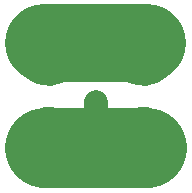
<source format=gbs>
%TF.GenerationSoftware,KiCad,Pcbnew,4.0.5-e0-6337~49~ubuntu16.04.1*%
%TF.CreationDate,2017-05-23T16:40:37-07:00*%
%TF.ProjectId,2x2-Tilt-Switch-TH,3278322D54696C742D5377697463682D,v1.1*%
%TF.FileFunction,Soldermask,Bot*%
%FSLAX46Y46*%
G04 Gerber Fmt 4.6, Leading zero omitted, Abs format (unit mm)*
G04 Created by KiCad (PCBNEW 4.0.5-e0-6337~49~ubuntu16.04.1) date Tue May 23 16:40:37 2017*
%MOMM*%
%LPD*%
G01*
G04 APERTURE LIST*
%ADD10C,0.350000*%
%ADD11C,2.000000*%
%ADD12C,6.600000*%
%ADD13C,6.800000*%
G04 APERTURE END LIST*
D10*
D11*
X8476980Y-31473140D02*
X8476980Y-26456640D01*
D12*
X12794980Y-21503640D02*
X4095480Y-21503640D01*
D13*
X12858480Y-30393640D02*
X4158980Y-30393640D01*
D10*
G36*
X4799590Y-26938487D02*
X5390535Y-27059791D01*
X5946678Y-27293572D01*
X6446814Y-27630918D01*
X6871901Y-28058983D01*
X7205746Y-28561461D01*
X7435636Y-29119216D01*
X7552744Y-29710654D01*
X7552744Y-29710664D01*
X7552811Y-29711003D01*
X7543190Y-30400056D01*
X7543113Y-30400394D01*
X7543113Y-30400402D01*
X7409537Y-30988341D01*
X7164165Y-31539456D01*
X6816417Y-32032418D01*
X6379542Y-32448449D01*
X5870180Y-32771701D01*
X5307734Y-32989859D01*
X4713627Y-33094616D01*
X4110483Y-33081982D01*
X3521280Y-32952437D01*
X2968462Y-32710917D01*
X2473087Y-32366622D01*
X2054017Y-31932663D01*
X1727218Y-31425570D01*
X1505136Y-30864654D01*
X1396235Y-30271298D01*
X1404657Y-29668081D01*
X1530086Y-29077987D01*
X1767739Y-28523498D01*
X2108571Y-28025728D01*
X2539592Y-27603640D01*
X3044393Y-27273308D01*
X3603739Y-27047317D01*
X4196325Y-26934276D01*
X4799590Y-26938487D01*
X4799590Y-26938487D01*
G37*
G36*
X12799590Y-26938487D02*
X13390535Y-27059791D01*
X13946678Y-27293572D01*
X14446814Y-27630918D01*
X14871901Y-28058983D01*
X15205746Y-28561461D01*
X15435636Y-29119216D01*
X15552744Y-29710654D01*
X15552744Y-29710664D01*
X15552811Y-29711003D01*
X15543190Y-30400056D01*
X15543113Y-30400394D01*
X15543113Y-30400402D01*
X15409537Y-30988341D01*
X15164165Y-31539456D01*
X14816417Y-32032418D01*
X14379542Y-32448449D01*
X13870180Y-32771701D01*
X13307734Y-32989859D01*
X12713627Y-33094616D01*
X12110483Y-33081982D01*
X11521280Y-32952437D01*
X10968462Y-32710917D01*
X10473087Y-32366622D01*
X10054017Y-31932663D01*
X9727218Y-31425570D01*
X9505136Y-30864654D01*
X9396235Y-30271298D01*
X9404657Y-29668081D01*
X9530086Y-29077987D01*
X9767739Y-28523498D01*
X10108571Y-28025728D01*
X10539592Y-27603640D01*
X11044393Y-27273308D01*
X11603739Y-27047317D01*
X12196325Y-26934276D01*
X12799590Y-26938487D01*
X12799590Y-26938487D01*
G37*
G36*
X8578363Y-25492081D02*
X8763775Y-25530141D01*
X8938277Y-25603495D01*
X9095201Y-25709342D01*
X9228578Y-25843652D01*
X9333325Y-26001311D01*
X9405457Y-26176314D01*
X9442154Y-26361648D01*
X9442154Y-26361658D01*
X9442221Y-26361997D01*
X9439202Y-26578197D01*
X9439126Y-26578531D01*
X9439126Y-26578544D01*
X9397268Y-26762782D01*
X9320280Y-26935699D01*
X9211168Y-27090375D01*
X9074093Y-27220910D01*
X8914274Y-27322334D01*
X8737796Y-27390785D01*
X8551390Y-27423654D01*
X8362142Y-27419689D01*
X8177273Y-27379044D01*
X8003816Y-27303262D01*
X7848388Y-27195237D01*
X7716899Y-27059076D01*
X7614361Y-26899968D01*
X7544678Y-26723970D01*
X7510509Y-26537798D01*
X7513151Y-26348531D01*
X7552507Y-26163379D01*
X7627073Y-25989401D01*
X7734015Y-25833218D01*
X7869253Y-25700782D01*
X8027643Y-25597136D01*
X8203146Y-25526227D01*
X8389076Y-25490760D01*
X8578363Y-25492081D01*
X8578363Y-25492081D01*
G37*
G36*
X4799590Y-18938487D02*
X5390535Y-19059791D01*
X5946678Y-19293572D01*
X6446814Y-19630918D01*
X6871901Y-20058983D01*
X7205746Y-20561461D01*
X7435636Y-21119216D01*
X7552744Y-21710654D01*
X7552744Y-21710664D01*
X7552811Y-21711003D01*
X7543190Y-22400056D01*
X7543113Y-22400394D01*
X7543113Y-22400402D01*
X7409537Y-22988341D01*
X7164165Y-23539456D01*
X6816417Y-24032418D01*
X6379542Y-24448449D01*
X5870180Y-24771701D01*
X5307734Y-24989859D01*
X4713627Y-25094616D01*
X4110483Y-25081982D01*
X3521280Y-24952437D01*
X2968462Y-24710917D01*
X2473087Y-24366622D01*
X2054017Y-23932663D01*
X1727218Y-23425570D01*
X1505136Y-22864654D01*
X1396235Y-22271298D01*
X1404657Y-21668081D01*
X1530086Y-21077987D01*
X1767739Y-20523498D01*
X2108571Y-20025728D01*
X2539592Y-19603640D01*
X3044393Y-19273308D01*
X3603739Y-19047317D01*
X4196325Y-18934276D01*
X4799590Y-18938487D01*
X4799590Y-18938487D01*
G37*
G36*
X12799590Y-18938487D02*
X13390535Y-19059791D01*
X13946678Y-19293572D01*
X14446814Y-19630918D01*
X14871901Y-20058983D01*
X15205746Y-20561461D01*
X15435636Y-21119216D01*
X15552744Y-21710654D01*
X15552744Y-21710664D01*
X15552811Y-21711003D01*
X15543190Y-22400056D01*
X15543113Y-22400394D01*
X15543113Y-22400402D01*
X15409537Y-22988341D01*
X15164165Y-23539456D01*
X14816417Y-24032418D01*
X14379542Y-24448449D01*
X13870180Y-24771701D01*
X13307734Y-24989859D01*
X12713627Y-25094616D01*
X12110483Y-25081982D01*
X11521280Y-24952437D01*
X10968462Y-24710917D01*
X10473087Y-24366622D01*
X10054017Y-23932663D01*
X9727218Y-23425570D01*
X9505136Y-22864654D01*
X9396235Y-22271298D01*
X9404657Y-21668081D01*
X9530086Y-21077987D01*
X9767739Y-20523498D01*
X10108571Y-20025728D01*
X10539592Y-19603640D01*
X11044393Y-19273308D01*
X11603739Y-19047317D01*
X12196325Y-18934276D01*
X12799590Y-18938487D01*
X12799590Y-18938487D01*
G37*
G36*
X8577863Y-22761581D02*
X8763275Y-22799641D01*
X8937777Y-22872995D01*
X9094701Y-22978842D01*
X9228078Y-23113152D01*
X9332825Y-23270811D01*
X9404957Y-23445814D01*
X9441654Y-23631148D01*
X9441654Y-23631158D01*
X9441721Y-23631497D01*
X9438702Y-23847697D01*
X9438626Y-23848031D01*
X9438626Y-23848044D01*
X9396768Y-24032282D01*
X9319780Y-24205199D01*
X9210668Y-24359875D01*
X9073593Y-24490410D01*
X8913774Y-24591834D01*
X8737296Y-24660285D01*
X8550890Y-24693154D01*
X8361642Y-24689189D01*
X8176773Y-24648544D01*
X8003316Y-24572762D01*
X7847888Y-24464737D01*
X7716399Y-24328576D01*
X7613861Y-24169468D01*
X7544178Y-23993470D01*
X7510009Y-23807298D01*
X7512651Y-23618031D01*
X7552007Y-23432879D01*
X7626573Y-23258901D01*
X7733515Y-23102718D01*
X7868753Y-22970282D01*
X8027143Y-22866636D01*
X8202646Y-22795727D01*
X8388576Y-22760260D01*
X8577863Y-22761581D01*
X8577863Y-22761581D01*
G37*
M02*

</source>
